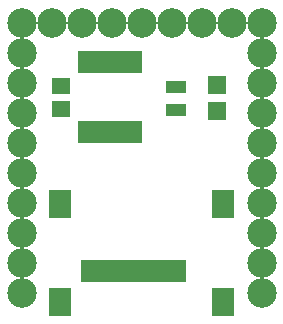
<source format=gbr>
G04 #@! TF.FileFunction,Soldermask,Top*
%FSLAX46Y46*%
G04 Gerber Fmt 4.6, Leading zero omitted, Abs format (unit mm)*
G04 Created by KiCad (PCBNEW 4.0.6) date 04/08/19 09:34:54*
%MOMM*%
%LPD*%
G01*
G04 APERTURE LIST*
%ADD10C,0.100000*%
%ADD11C,2.500000*%
%ADD12R,1.650000X1.400000*%
%ADD13R,1.850000X2.400000*%
%ADD14R,1.200000X1.900000*%
%ADD15R,1.600000X1.600000*%
%ADD16R,1.700000X1.100000*%
%ADD17R,0.850000X1.900000*%
G04 APERTURE END LIST*
D10*
D11*
X161569400Y-67843400D03*
X161569400Y-70383400D03*
X161569400Y-72923400D03*
X161569400Y-75463400D03*
X161569400Y-78003400D03*
X161569400Y-80543400D03*
X161569400Y-83083400D03*
X161569400Y-85623400D03*
X161569400Y-88163400D03*
X161569400Y-65303400D03*
X159029400Y-65303400D03*
X156489400Y-65303400D03*
X153949400Y-65303400D03*
X151409400Y-65303400D03*
X148869400Y-65303400D03*
X146329400Y-65303400D03*
X143789400Y-65303400D03*
X141249400Y-65303400D03*
X141249400Y-67843400D03*
X141249400Y-70383400D03*
X141249400Y-72923400D03*
X141249400Y-75463400D03*
X141249400Y-78003400D03*
X141249400Y-80543400D03*
X141249400Y-83083400D03*
X141249400Y-85623400D03*
X141249400Y-88163400D03*
D12*
X144601000Y-72625000D03*
X144601000Y-70625000D03*
D13*
X144536000Y-88955000D03*
X158286000Y-88955000D03*
X158286000Y-80655000D03*
X144536000Y-80655000D03*
D14*
X146911000Y-86355000D03*
X148011000Y-86355000D03*
X149111000Y-86355000D03*
X150211000Y-86355000D03*
X151311000Y-86355000D03*
X152411000Y-86355000D03*
X153511000Y-86355000D03*
X154611000Y-86355000D03*
D15*
X157801000Y-70595000D03*
X157801000Y-72795000D03*
D16*
X154341000Y-72675000D03*
X154341000Y-70775000D03*
D17*
X146476000Y-74555000D03*
X147126000Y-74555000D03*
X147776000Y-74555000D03*
X148426000Y-74555000D03*
X149076000Y-74555000D03*
X149726000Y-74555000D03*
X150376000Y-74555000D03*
X151026000Y-74555000D03*
X151026000Y-68655000D03*
X150376000Y-68655000D03*
X149726000Y-68655000D03*
X149076000Y-68655000D03*
X148426000Y-68655000D03*
X147776000Y-68655000D03*
X147126000Y-68655000D03*
X146476000Y-68655000D03*
M02*

</source>
